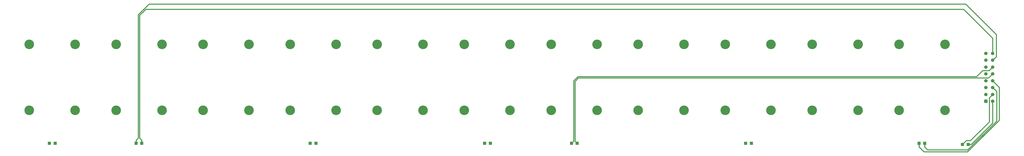
<source format=gbr>
%TF.GenerationSoftware,KiCad,Pcbnew,9.0.4*%
%TF.CreationDate,2025-09-16T19:42:10+08:00*%
%TF.ProjectId,accum_pcb_under,61636375-6d5f-4706-9362-5f756e646572,rev?*%
%TF.SameCoordinates,Original*%
%TF.FileFunction,Copper,L3,Inr*%
%TF.FilePolarity,Positive*%
%FSLAX46Y46*%
G04 Gerber Fmt 4.6, Leading zero omitted, Abs format (unit mm)*
G04 Created by KiCad (PCBNEW 9.0.4) date 2025-09-16 19:42:10*
%MOMM*%
%LPD*%
G01*
G04 APERTURE LIST*
G04 Aperture macros list*
%AMRoundRect*
0 Rectangle with rounded corners*
0 $1 Rounding radius*
0 $2 $3 $4 $5 $6 $7 $8 $9 X,Y pos of 4 corners*
0 Add a 4 corners polygon primitive as box body*
4,1,4,$2,$3,$4,$5,$6,$7,$8,$9,$2,$3,0*
0 Add four circle primitives for the rounded corners*
1,1,$1+$1,$2,$3*
1,1,$1+$1,$4,$5*
1,1,$1+$1,$6,$7*
1,1,$1+$1,$8,$9*
0 Add four rect primitives between the rounded corners*
20,1,$1+$1,$2,$3,$4,$5,0*
20,1,$1+$1,$4,$5,$6,$7,0*
20,1,$1+$1,$6,$7,$8,$9,0*
20,1,$1+$1,$8,$9,$2,$3,0*%
G04 Aperture macros list end*
%TA.AperFunction,ComponentPad*%
%ADD10C,4.200000*%
%TD*%
%TA.AperFunction,ComponentPad*%
%ADD11R,1.350000X1.350000*%
%TD*%
%TA.AperFunction,ComponentPad*%
%ADD12RoundRect,0.250001X0.499999X-0.499999X0.499999X0.499999X-0.499999X0.499999X-0.499999X-0.499999X0*%
%TD*%
%TA.AperFunction,ComponentPad*%
%ADD13C,1.500000*%
%TD*%
%TA.AperFunction,Conductor*%
%ADD14C,0.381000*%
%TD*%
G04 APERTURE END LIST*
D10*
%TO.N,N/C*%
%TO.C,*%
X507381782Y-225121090D03*
%TD*%
%TO.N,N/C*%
%TO.C,*%
X126914767Y-196175590D03*
%TD*%
%TO.N,N/C*%
%TO.C,*%
X203007448Y-196176090D03*
%TD*%
%TO.N,N/C*%
%TO.C,*%
X393241100Y-196183590D03*
%TD*%
D11*
%TO.N,/temp_5_1*%
%TO.C,J5_1*%
X517483115Y-240113590D03*
%TD*%
D10*
%TO.N,N/C*%
%TO.C,*%
X355195115Y-225120090D03*
%TD*%
D11*
%TO.N,/temp_7_1*%
%TO.C,J7_1*%
X344006115Y-239613590D03*
%TD*%
%TO.N,/temp_1_2*%
%TO.C,J1_2*%
X115712115Y-239613590D03*
%TD*%
D10*
%TO.N,N/C*%
%TO.C,*%
X182962144Y-225114090D03*
%TD*%
%TO.N,N/C*%
%TO.C,*%
X279101115Y-196179090D03*
%TD*%
%TO.N,N/C*%
%TO.C,*%
X259055811Y-225115090D03*
%TD*%
%TO.N,N/C*%
%TO.C,*%
X241054826Y-225113590D03*
%TD*%
D11*
%TO.N,/temp_8_1*%
%TO.C,J8_1*%
X496008115Y-239613590D03*
%TD*%
D10*
%TO.N,N/C*%
%TO.C,*%
X431288478Y-225121090D03*
%TD*%
%TO.N,N/C*%
%TO.C,*%
X507381782Y-196188090D03*
%TD*%
%TO.N,N/C*%
%TO.C,*%
X469335130Y-225122590D03*
%TD*%
%TO.N,N/C*%
%TO.C,*%
X335149085Y-196182090D03*
%TD*%
%TO.N,N/C*%
%TO.C,*%
X221008796Y-196177590D03*
%TD*%
D11*
%TO.N,/temp_8_2*%
%TO.C,J8_2*%
X498508115Y-239613590D03*
%TD*%
D10*
%TO.N,N/C*%
%TO.C,*%
X355194752Y-196182090D03*
%TD*%
%TO.N,N/C*%
%TO.C,*%
X144915796Y-225112590D03*
%TD*%
D11*
%TO.N,/temp_3_2*%
%TO.C,J3_2*%
X232244115Y-239613590D03*
%TD*%
%TO.N,/temp_1_1*%
%TO.C,J1_1*%
X118212115Y-239613590D03*
%TD*%
D10*
%TO.N,N/C*%
%TO.C,*%
X241054463Y-196177590D03*
%TD*%
D11*
%TO.N,/temp_2_1*%
%TO.C,J2_1*%
X156114115Y-239613590D03*
%TD*%
D10*
%TO.N,N/C*%
%TO.C,*%
X106869100Y-196175590D03*
%TD*%
%TO.N,N/C*%
%TO.C,*%
X487336115Y-196188090D03*
%TD*%
D11*
%TO.N,/temp_5_2*%
%TO.C,J5_2*%
X514983115Y-240113590D03*
%TD*%
D10*
%TO.N,N/C*%
%TO.C,*%
X221009159Y-225113590D03*
%TD*%
%TO.N,N/C*%
%TO.C,*%
X297102463Y-196180590D03*
%TD*%
%TO.N,N/C*%
%TO.C,*%
X411242448Y-196185090D03*
%TD*%
%TO.N,N/C*%
%TO.C,*%
X106869463Y-225113590D03*
%TD*%
%TO.N,N/C*%
%TO.C,*%
X373195433Y-196183590D03*
%TD*%
%TO.N,N/C*%
%TO.C,*%
X317148130Y-196180590D03*
%TD*%
%TO.N,N/C*%
%TO.C,*%
X297102463Y-225113590D03*
%TD*%
D11*
%TO.N,/temp_7_2*%
%TO.C,J7_2*%
X346506115Y-239613590D03*
%TD*%
D10*
%TO.N,N/C*%
%TO.C,*%
X126915130Y-225113590D03*
%TD*%
%TO.N,N/C*%
%TO.C,*%
X431288115Y-196185090D03*
%TD*%
%TO.N,N/C*%
%TO.C,*%
X393241463Y-225121590D03*
%TD*%
%TO.N,N/C*%
%TO.C,*%
X259055448Y-196179090D03*
%TD*%
%TO.N,N/C*%
%TO.C,*%
X335149448Y-225120090D03*
%TD*%
%TO.N,N/C*%
%TO.C,*%
X164961100Y-196174590D03*
%TD*%
D11*
%TO.N,/temp_4_1*%
%TO.C,J4_1*%
X420166115Y-239613590D03*
%TD*%
D10*
%TO.N,N/C*%
%TO.C,*%
X487336115Y-225121090D03*
%TD*%
%TO.N,N/C*%
%TO.C,*%
X449289463Y-225122590D03*
%TD*%
%TO.N,N/C*%
%TO.C,*%
X203007811Y-225114090D03*
%TD*%
%TO.N,N/C*%
%TO.C,*%
X144915433Y-196174590D03*
%TD*%
D11*
%TO.N,/temp_6_1*%
%TO.C,J6_1*%
X306039115Y-239613590D03*
%TD*%
%TO.N,/temp_6_2*%
%TO.C,J6_2*%
X308539115Y-239613590D03*
%TD*%
D10*
%TO.N,N/C*%
%TO.C,*%
X469334767Y-196186590D03*
%TD*%
D11*
%TO.N,/temp_4_2*%
%TO.C,J4_2*%
X422666115Y-239613590D03*
%TD*%
D10*
%TO.N,N/C*%
%TO.C,*%
X317148130Y-225113590D03*
%TD*%
D11*
%TO.N,/temp_3_1*%
%TO.C,J3_1*%
X229744115Y-239613590D03*
%TD*%
D12*
%TO.N,/temp_4_1*%
%TO.C,J9*%
X525212115Y-221154463D03*
D13*
%TO.N,/temp_4_2*%
X525212115Y-218154463D03*
%TO.N,/temp_6_2*%
X525212115Y-215154463D03*
%TO.N,/temp_6_1*%
X525212115Y-212154463D03*
%TO.N,/temp_3_2*%
X525212115Y-209154463D03*
%TO.N,/temp_3_1*%
X525212115Y-206154463D03*
%TO.N,/temp_1_2*%
X525212115Y-203154463D03*
%TO.N,/temp_1_1*%
X525212115Y-200154463D03*
%TO.N,/temp_5_1*%
X528212115Y-221154463D03*
%TO.N,/temp_5_2*%
X528212115Y-218154463D03*
%TO.N,/temp_8_2*%
X528212115Y-215154463D03*
%TO.N,/temp_8_1*%
X528212115Y-212154463D03*
%TO.N,/temp_7_2*%
X528212115Y-209154463D03*
%TO.N,/temp_7_1*%
X528212115Y-206154463D03*
%TO.N,/temp_2_2*%
X528212115Y-203154463D03*
%TO.N,/temp_2_1*%
X528212115Y-200154463D03*
%TD*%
D10*
%TO.N,N/C*%
%TO.C,*%
X411242811Y-225121090D03*
%TD*%
%TO.N,N/C*%
%TO.C,*%
X373195796Y-225121590D03*
%TD*%
%TO.N,N/C*%
%TO.C,*%
X449289100Y-196186590D03*
%TD*%
D11*
%TO.N,/temp_2_2*%
%TO.C,J2_2*%
X153614115Y-239613590D03*
%TD*%
D10*
%TO.N,N/C*%
%TO.C,*%
X182961781Y-196176090D03*
%TD*%
%TO.N,N/C*%
%TO.C,*%
X279101478Y-225115090D03*
%TD*%
%TO.N,N/C*%
%TO.C,*%
X164961463Y-225112590D03*
%TD*%
D14*
%TO.N,/temp_7_2*%
X526435988Y-210930590D02*
X528212115Y-209154463D01*
X345544115Y-238651590D02*
X345544115Y-212425590D01*
X346506115Y-239613590D02*
X345544115Y-238651590D01*
X347039115Y-210930590D02*
X526435988Y-210930590D01*
X345544115Y-212425590D02*
X347039115Y-210930590D01*
%TO.N,/temp_5_2*%
X526763115Y-219603463D02*
X526763115Y-230174590D01*
X526763115Y-230174590D02*
X518494115Y-238443590D01*
X528212115Y-218154463D02*
X526763115Y-219603463D01*
X518494115Y-238443590D02*
X516653115Y-238443590D01*
X516653115Y-238443590D02*
X514983115Y-240113590D01*
%TO.N,/temp_8_2*%
X517277187Y-242478590D02*
X529928115Y-229827662D01*
X498508115Y-239613590D02*
X498508115Y-241213590D01*
X498508115Y-241213590D02*
X499773115Y-242478590D01*
X529928115Y-229827662D02*
X529928115Y-216870463D01*
X529928115Y-216870463D02*
X528212115Y-215154463D01*
X499773115Y-242478590D02*
X517277187Y-242478590D01*
%TO.N,/temp_5_1*%
X528212115Y-230720590D02*
X518819115Y-240113590D01*
X518819115Y-240113590D02*
X517483115Y-240113590D01*
X528212115Y-221154463D02*
X528212115Y-230720590D01*
%TO.N,/temp_2_1*%
X156114115Y-239613590D02*
X156114115Y-238275590D01*
X515457115Y-180736590D02*
X528212115Y-193491590D01*
X155157115Y-237318590D02*
X155157115Y-183405590D01*
X155157115Y-183405590D02*
X157826115Y-180736590D01*
X528212115Y-193491590D02*
X528212115Y-200154463D01*
X157826115Y-180736590D02*
X515457115Y-180736590D01*
X156114115Y-238275590D02*
X155157115Y-237318590D01*
%TO.N,/temp_2_2*%
X516413115Y-178462590D02*
X529792115Y-191841590D01*
X153614115Y-239613590D02*
X153614115Y-238275590D01*
X529792115Y-191841590D02*
X529792115Y-201574463D01*
X154575115Y-183164518D02*
X159277043Y-178462590D01*
X529792115Y-201574463D02*
X528212115Y-203154463D01*
X154575115Y-237314590D02*
X154575115Y-183164518D01*
X159277043Y-178462590D02*
X516413115Y-178462590D01*
X153614115Y-238275590D02*
X154575115Y-237314590D01*
%TO.N,/temp_8_1*%
X496008115Y-241253590D02*
X498123115Y-243368590D01*
X496008115Y-239613590D02*
X496008115Y-241253590D01*
X531071115Y-215013463D02*
X528212115Y-212154463D01*
X531071115Y-229507734D02*
X531071115Y-215013463D01*
X517210259Y-243368590D02*
X531071115Y-229507734D01*
X498123115Y-243368590D02*
X517210259Y-243368590D01*
%TO.N,/temp_7_1*%
X344962115Y-238657590D02*
X344962115Y-212184518D01*
X346798043Y-210348590D02*
X521126115Y-210348590D01*
X344962115Y-212184518D02*
X346798043Y-210348590D01*
X344006115Y-239613590D02*
X344962115Y-238657590D01*
X523804115Y-207670590D02*
X526695988Y-207670590D01*
X521126115Y-210348590D02*
X523804115Y-207670590D01*
X526695988Y-207670590D02*
X528212115Y-206154463D01*
%TD*%
M02*

</source>
